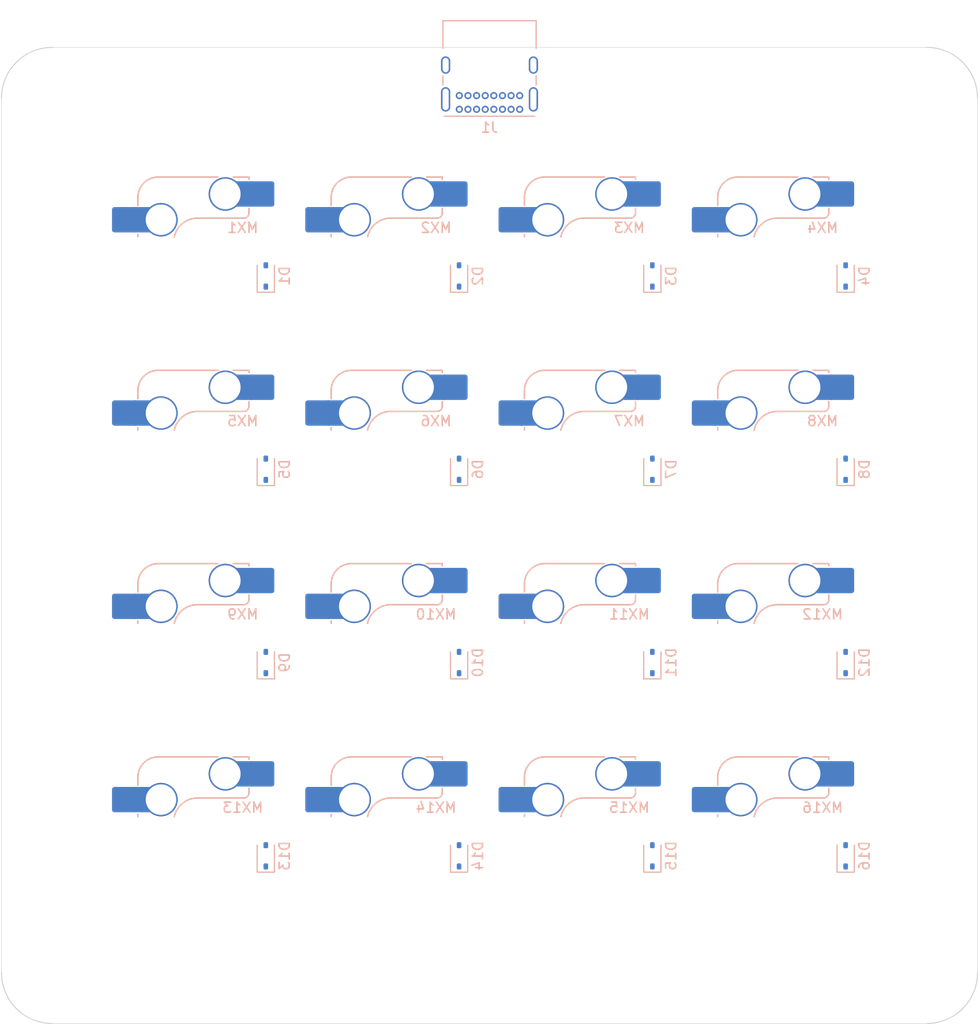
<source format=kicad_pcb>
(kicad_pcb (version 20240108) (generator "pcbnew") (generator_version "8.0")
  (title_block (title "Bandung v1.0.0") (date "2024-06-18") (rev "1") (company "Hikariakari"))
  (layers (0 "F.Cu" signal) (31 "B.Cu" signal) (34 "B.Paste" user) (35 "F.Paste" user) (36 "B.SilkS" user "B.Silkscreen") (37 "F.SilkS" user "F.Silkscreen") (38 "B.Mask" user) (39 "F.Mask" user) (44 "Edge.Cuts" user))
  (net 0 "")
  (net 1 "Net-(D1-A)")
  (net 2 "Net-(D1-K)")
  (net 3 "Net-(D2-A)")
  (net 4 "Net-(D3-A)")
  (net 5 "Net-(D4-A)")
  (net 6 "Net-(D5-A)")
  (net 7 "Net-(D5-K)")
  (net 8 "Net-(D6-A)")
  (net 9 "Net-(D7-A)")
  (net 10 "Net-(D8-A)")
  (net 11 "Net-(D9-A)")
  (net 12 "Net-(D10-K)")
  (net 13 "Net-(D10-A)")
  (net 14 "Net-(D11-A)")
  (net 15 "Net-(D12-A)")
  (net 16 "Net-(D13-K)")
  (net 17 "Net-(D13-A)")
  (net 18 "Net-(D14-A)")
  (net 19 "Net-(D15-A)")
  (net 20 "Net-(D16-A)")
  (net 24 "Net-(J1-GND-PadA1)")
  (net 26 "Net-(J1-VBUS-PadA4)")
  (net 32 "Net-(MX1-Pad1)")
  (net 33 "Net-(MX10-Pad1)")
  (net 34 "Net-(MX11-Pad1)")
  (net 35 "Net-(MX12-Pad1)")
  (footprint "MountingHole:MountingHole_3.2mm_M3" (layer "F.Cu") (at 201.645 54.5)
    (property "Reference" "H1" (hide yes))
    (property "Value" "MountingHole")
    (pad "" np_thru_hole circle (at 0 0) (size 3.2 3.2) (drill 3.2) (layers "*.Cu" "*.Mask"))
  )
  (footprint "MountingHole:MountingHole_3.2mm_M3" (layer "F.Cu") (at 287.845 54.5)
    (property "Reference" "H2" (hide yes))
    (property "Value" "MountingHole")
    (pad "" np_thru_hole circle (at 0 0) (size 3.2 3.2) (drill 3.2) (layers "*.Cu" "*.Mask"))
  )
  (footprint "MountingHole:MountingHole_3.2mm_M3" (layer "F.Cu") (at 287.845 140.7)
    (property "Reference" "H4" (hide yes))
    (property "Value" "MountingHole")
    (pad "" np_thru_hole circle (at 0 0) (size 3.2 3.2) (drill 3.2) (layers "*.Cu" "*.Mask"))
  )
  (footprint "MountingHole:MountingHole_3.2mm_M3" (layer "F.Cu") (at 201.645 140.7)
    (property "Reference" "H3" (hide yes))
    (property "Value" "MountingHole")
    (pad "" np_thru_hole circle (at 0 0) (size 3.2 3.2) (drill 3.2) (layers "*.Cu" "*.Mask"))
  )
  (footprint "Diode_SMD:D_SOD-323" (layer "B.Cu") (at 260.795 91.075 90)
    (property "Reference" "D7" (at 0 1.85 -90) (layer "B.SilkS") (effects (justify mirror)))
    (property "Value" "1N5819WS")
    (pad "1" smd roundrect (at -1.05 0 90) (size 0.6 0.45) (layers "B.Cu" "B.Paste" "B.Mask") (net 7 "Net-(D5-K)"))
    (pad "2" smd roundrect (at 1.05 0 90) (size 0.6 0.45) (layers "B.Cu" "B.Paste" "B.Mask") (net 9 "Net-(D7-A)"))
  )
  (footprint "Diode_SMD:D_SOD-323" (layer "B.Cu") (at 222.695 129.175 90)
    (property "Reference" "D13" (at 0 1.85 -90) (layer "B.SilkS") (effects (justify mirror)))
    (property "Value" "1N5819WS")
    (pad "1" smd roundrect (at -1.05 0 90) (size 0.6 0.45) (layers "B.Cu" "B.Paste" "B.Mask") (net 16 "Net-(D13-K)"))
    (pad "2" smd roundrect (at 1.05 0 90) (size 0.6 0.45) (layers "B.Cu" "B.Paste" "B.Mask") (net 17 "Net-(D13-A)"))
  )
  (footprint "PCM_marbastlib-mx:SW_MX_HS_CPG151101S11_1u" (layer "B.Cu") (at 273.32 69.025 180)
    (property "Reference" "MX4" (at -4.25 1.75 0) (layer "B.SilkS") (effects (justify mirror)))
    (property "Value" "MX_SW_HS")
    (pad "" np_thru_hole circle (at -5.08 0 180) (size 1.75 1.75) (drill 1.75) (layers "*.Cu" "*.Mask"))
    (pad "" np_thru_hole circle (at 0 0 180) (size 3.9878 3.9878) (drill 3.9878) (layers "*.Cu" "*.Mask"))
    (pad "" np_thru_hole circle (at 5.08 0 180) (size 1.75 1.75) (drill 1.75) (layers "*.Cu" "*.Mask"))
    (pad "1" thru_hole circle (at 3.81 2.54 180) (size 3.3 3.3) (drill 3) (layers "*.Cu" "*.Mask") (net 35 "Net-(MX12-Pad1)"))
    (pad "1" smd rect (at 5.635 2.54) (size 1.65 2.5) (layers "B.Cu") (net 35 "Net-(MX12-Pad1)"))
    (pad "1" smd roundrect (at 7.36 2.54 180) (size 2.55 2.5) (layers "B.Cu" "B.Paste" "B.Mask") (roundrect_rratio 0.1) (net 35 "Net-(MX12-Pad1)"))
    (pad "2" smd roundrect (at -6.09 5.08 180) (size 2.55 2.5) (layers "B.Cu" "B.Paste" "B.Mask") (roundrect_rratio 0.1) (net 5 "Net-(D4-A)"))
    (pad "2" smd rect (at -4.34 5.08 180) (size 1.65 2.5) (layers "B.Cu") (net 5 "Net-(D4-A)"))
    (pad "2" thru_hole circle (at -2.54 5.08 180) (size 3.3 3.3) (drill 3) (layers "*.Cu" "*.Mask") (net 5 "Net-(D4-A)"))
  )
  (footprint "Diode_SMD:D_SOD-323" (layer "B.Cu") (at 260.795 72.025 90)
    (property "Reference" "D3" (at 0 1.85 -90) (layer "B.SilkS") (effects (justify mirror)))
    (property "Value" "1N5819WS")
    (pad "1" smd roundrect (at -1.05 0 90) (size 0.6 0.45) (layers "B.Cu" "B.Paste" "B.Mask") (net 2 "Net-(D1-K)"))
    (pad "2" smd roundrect (at 1.05 0 90) (size 0.6 0.45) (layers "B.Cu" "B.Paste" "B.Mask") (net 4 "Net-(D3-A)"))
  )
  (footprint "Diode_SMD:D_SOD-323" (layer "B.Cu") (at 241.745 72.025 90)
    (property "Reference" "D2" (at 0 1.85 -90) (layer "B.SilkS") (effects (justify mirror)))
    (property "Value" "1N5819WS")
    (pad "1" smd roundrect (at -1.05 0 90) (size 0.6 0.45) (layers "B.Cu" "B.Paste" "B.Mask") (net 2 "Net-(D1-K)"))
    (pad "2" smd roundrect (at 1.05 0 90) (size 0.6 0.45) (layers "B.Cu" "B.Paste" "B.Mask") (net 3 "Net-(D2-A)"))
  )
  (footprint "Diode_SMD:D_SOD-323" (layer "B.Cu") (at 279.845 72.025 90)
    (property "Reference" "D4" (at 0 1.85 -90) (layer "B.SilkS") (effects (justify mirror)))
    (property "Value" "1N5819WS")
    (pad "1" smd roundrect (at -1.05 0 90) (size 0.6 0.45) (layers "B.Cu" "B.Paste" "B.Mask") (net 2 "Net-(D1-K)"))
    (pad "2" smd roundrect (at 1.05 0 90) (size 0.6 0.45) (layers "B.Cu" "B.Paste" "B.Mask") (net 5 "Net-(D4-A)"))
  )
  (footprint "Diode_SMD:D_SOD-323" (layer "B.Cu") (at 222.695 91.075 90)
    (property "Reference" "D5" (at 0 1.85 -90) (layer "B.SilkS") (effects (justify mirror)))
    (property "Value" "1N5819WS")
    (pad "1" smd roundrect (at -1.05 0 90) (size 0.6 0.45) (layers "B.Cu" "B.Paste" "B.Mask") (net 7 "Net-(D5-K)"))
    (pad "2" smd roundrect (at 1.05 0 90) (size 0.6 0.45) (layers "B.Cu" "B.Paste" "B.Mask") (net 6 "Net-(D5-A)"))
  )
  (footprint "Diode_SMD:D_SOD-323" (layer "B.Cu") (at 260.795 129.175 90)
    (property "Reference" "D15" (at 0 1.85 -90) (layer "B.SilkS") (effects (justify mirror)))
    (property "Value" "1N5819WS")
    (pad "1" smd roundrect (at -1.05 0 90) (size 0.6 0.45) (layers "B.Cu" "B.Paste" "B.Mask") (net 16 "Net-(D13-K)"))
    (pad "2" smd roundrect (at 1.05 0 90) (size 0.6 0.45) (layers "B.Cu" "B.Paste" "B.Mask") (net 19 "Net-(D15-A)"))
  )
  (footprint "PCM_marbastlib-mx:SW_MX_HS_CPG151101S11_1u" (layer "B.Cu") (at 254.27 126.175 180)
    (property "Reference" "MX15" (at -4.25 1.75 0) (layer "B.SilkS") (effects (justify mirror)))
    (property "Value" "MX_SW_HS")
    (pad "" np_thru_hole circle (at -5.08 0 180) (size 1.75 1.75) (drill 1.75) (layers "*.Cu" "*.Mask"))
    (pad "" np_thru_hole circle (at 0 0 180) (size 3.9878 3.9878) (drill 3.9878) (layers "*.Cu" "*.Mask"))
    (pad "" np_thru_hole circle (at 5.08 0 180) (size 1.75 1.75) (drill 1.75) (layers "*.Cu" "*.Mask"))
    (pad "1" thru_hole circle (at 3.81 2.54 180) (size 3.3 3.3) (drill 3) (layers "*.Cu" "*.Mask") (net 34 "Net-(MX11-Pad1)"))
    (pad "1" smd rect (at 5.635 2.54) (size 1.65 2.5) (layers "B.Cu") (net 34 "Net-(MX11-Pad1)"))
    (pad "1" smd roundrect (at 7.36 2.54 180) (size 2.55 2.5) (layers "B.Cu" "B.Paste" "B.Mask") (roundrect_rratio 0.1) (net 34 "Net-(MX11-Pad1)"))
    (pad "2" smd roundrect (at -6.09 5.08 180) (size 2.55 2.5) (layers "B.Cu" "B.Paste" "B.Mask") (roundrect_rratio 0.1) (net 19 "Net-(D15-A)"))
    (pad "2" smd rect (at -4.34 5.08 180) (size 1.65 2.5) (layers "B.Cu") (net 19 "Net-(D15-A)"))
    (pad "2" thru_hole circle (at -2.54 5.08 180) (size 3.3 3.3) (drill 3) (layers "*.Cu" "*.Mask") (net 19 "Net-(D15-A)"))
  )
  (footprint "PCM_marbastlib-mx:SW_MX_HS_CPG151101S11_1u" (layer "B.Cu") (at 216.17 126.175 180)
    (property "Reference" "MX13" (at -4.25 1.75 0) (layer "B.SilkS") (effects (justify mirror)))
    (property "Value" "MX_SW_HS")
    (pad "" np_thru_hole circle (at -5.08 0 180) (size 1.75 1.75) (drill 1.75) (layers "*.Cu" "*.Mask"))
    (pad "" np_thru_hole circle (at 0 0 180) (size 3.9878 3.9878) (drill 3.9878) (layers "*.Cu" "*.Mask"))
    (pad "" np_thru_hole circle (at 5.08 0 180) (size 1.75 1.75) (drill 1.75) (layers "*.Cu" "*.Mask"))
    (pad "1" thru_hole circle (at 3.81 2.54 180) (size 3.3 3.3) (drill 3) (layers "*.Cu" "*.Mask") (net 32 "Net-(MX1-Pad1)"))
    (pad "1" smd rect (at 5.635 2.54) (size 1.65 2.5) (layers "B.Cu") (net 32 "Net-(MX1-Pad1)"))
    (pad "1" smd roundrect (at 7.36 2.54 180) (size 2.55 2.5) (layers "B.Cu" "B.Paste" "B.Mask") (roundrect_rratio 0.1) (net 32 "Net-(MX1-Pad1)"))
    (pad "2" smd roundrect (at -6.09 5.08 180) (size 2.55 2.5) (layers "B.Cu" "B.Paste" "B.Mask") (roundrect_rratio 0.1) (net 17 "Net-(D13-A)"))
    (pad "2" smd rect (at -4.34 5.08 180) (size 1.65 2.5) (layers "B.Cu") (net 17 "Net-(D13-A)"))
    (pad "2" thru_hole circle (at -2.54 5.08 180) (size 3.3 3.3) (drill 3) (layers "*.Cu" "*.Mask") (net 17 "Net-(D13-A)"))
  )
  (footprint "Diode_SMD:D_SOD-323" (layer "B.Cu") (at 241.745 129.175 90)
    (property "Reference" "D14" (at 0 1.85 -90) (layer "B.SilkS") (effects (justify mirror)))
    (property "Value" "1N5819WS")
    (pad "1" smd roundrect (at -1.05 0 90) (size 0.6 0.45) (layers "B.Cu" "B.Paste" "B.Mask") (net 16 "Net-(D13-K)"))
    (pad "2" smd roundrect (at 1.05 0 90) (size 0.6 0.45) (layers "B.Cu" "B.Paste" "B.Mask") (net 18 "Net-(D14-A)"))
  )
  (footprint "PCM_marbastlib-mx:SW_MX_HS_CPG151101S11_1u" (layer "B.Cu") (at 216.17 107.125 180)
    (property "Reference" "MX9" (at -4.25 1.75 0) (layer "B.SilkS") (effects (justify mirror)))
    (property "Value" "MX_SW_HS")
    (pad "" np_thru_hole circle (at -5.08 0 180) (size 1.75 1.75) (drill 1.75) (layers "*.Cu" "*.Mask"))
    (pad "" np_thru_hole circle (at 0 0 180) (size 3.9878 3.9878) (drill 3.9878) (layers "*.Cu" "*.Mask"))
    (pad "" np_thru_hole circle (at 5.08 0 180) (size 1.75 1.75) (drill 1.75) (layers "*.Cu" "*.Mask"))
    (pad "1" thru_hole circle (at 3.81 2.54 180) (size 3.3 3.3) (drill 3) (layers "*.Cu" "*.Mask") (net 32 "Net-(MX1-Pad1)"))
    (pad "1" smd rect (at 5.635 2.54) (size 1.65 2.5) (layers "B.Cu") (net 32 "Net-(MX1-Pad1)"))
    (pad "1" smd roundrect (at 7.36 2.54 180) (size 2.55 2.5) (layers "B.Cu" "B.Paste" "B.Mask") (roundrect_rratio 0.1) (net 32 "Net-(MX1-Pad1)"))
    (pad "2" smd roundrect (at -6.09 5.08 180) (size 2.55 2.5) (layers "B.Cu" "B.Paste" "B.Mask") (roundrect_rratio 0.1) (net 11 "Net-(D9-A)"))
    (pad "2" smd rect (at -4.34 5.08 180) (size 1.65 2.5) (layers "B.Cu") (net 11 "Net-(D9-A)"))
    (pad "2" thru_hole circle (at -2.54 5.08 180) (size 3.3 3.3) (drill 3) (layers "*.Cu" "*.Mask") (net 11 "Net-(D9-A)"))
  )
  (footprint "Diode_SMD:D_SOD-323" (layer "B.Cu") (at 279.845 110.125 90)
    (property "Reference" "D12" (at 0 1.85 -90) (layer "B.SilkS") (effects (justify mirror)))
    (property "Value" "1N5819WS")
    (pad "1" smd roundrect (at -1.05 0 90) (size 0.6 0.45) (layers "B.Cu" "B.Paste" "B.Mask") (net 12 "Net-(D10-K)"))
    (pad "2" smd roundrect (at 1.05 0 90) (size 0.6 0.45) (layers "B.Cu" "B.Paste" "B.Mask") (net 15 "Net-(D12-A)"))
  )
  (footprint "PCM_marbastlib-mx:SW_MX_HS_CPG151101S11_1u" (layer "B.Cu") (at 235.22 107.125 180)
    (property "Reference" "MX10" (at -4.25 1.75 0) (layer "B.SilkS") (effects (justify mirror)))
    (property "Value" "MX_SW_HS")
    (pad "" np_thru_hole circle (at -5.08 0 180) (size 1.75 1.75) (drill 1.75) (layers "*.Cu" "*.Mask"))
    (pad "" np_thru_hole circle (at 0 0 180) (size 3.9878 3.9878) (drill 3.9878) (layers "*.Cu" "*.Mask"))
    (pad "" np_thru_hole circle (at 5.08 0 180) (size 1.75 1.75) (drill 1.75) (layers "*.Cu" "*.Mask"))
    (pad "1" thru_hole circle (at 3.81 2.54 180) (size 3.3 3.3) (drill 3) (layers "*.Cu" "*.Mask") (net 33 "Net-(MX10-Pad1)"))
    (pad "1" smd rect (at 5.635 2.54) (size 1.65 2.5) (layers "B.Cu") (net 33 "Net-(MX10-Pad1)"))
    (pad "1" smd roundrect (at 7.36 2.54 180) (size 2.55 2.5) (layers "B.Cu" "B.Paste" "B.Mask") (roundrect_rratio 0.1) (net 33 "Net-(MX10-Pad1)"))
    (pad "2" smd roundrect (at -6.09 5.08 180) (size 2.55 2.5) (layers "B.Cu" "B.Paste" "B.Mask") (roundrect_rratio 0.1) (net 13 "Net-(D10-A)"))
    (pad "2" smd rect (at -4.34 5.08 180) (size 1.65 2.5) (layers "B.Cu") (net 13 "Net-(D10-A)"))
    (pad "2" thru_hole circle (at -2.54 5.08 180) (size 3.3 3.3) (drill 3) (layers "*.Cu" "*.Mask") (net 13 "Net-(D10-A)"))
  )
  (footprint "PCM_marbastlib-mx:SW_MX_HS_CPG151101S11_1u" (layer "B.Cu") (at 254.27 107.125 180)
    (property "Reference" "MX11" (at -4.25 1.75 0) (layer "B.SilkS") (effects (justify mirror)))
    (property "Value" "MX_SW_HS")
    (pad "" np_thru_hole circle (at -5.08 0 180) (size 1.75 1.75) (drill 1.75) (layers "*.Cu" "*.Mask"))
    (pad "" np_thru_hole circle (at 0 0 180) (size 3.9878 3.9878) (drill 3.9878) (layers "*.Cu" "*.Mask"))
    (pad "" np_thru_hole circle (at 5.08 0 180) (size 1.75 1.75) (drill 1.75) (layers "*.Cu" "*.Mask"))
    (pad "1" thru_hole circle (at 3.81 2.54 180) (size 3.3 3.3) (drill 3) (layers "*.Cu" "*.Mask") (net 34 "Net-(MX11-Pad1)"))
    (pad "1" smd rect (at 5.635 2.54) (size 1.65 2.5) (layers "B.Cu") (net 34 "Net-(MX11-Pad1)"))
    (pad "1" smd roundrect (at 7.36 2.54 180) (size 2.55 2.5) (layers "B.Cu" "B.Paste" "B.Mask") (roundrect_rratio 0.1) (net 34 "Net-(MX11-Pad1)"))
    (pad "2" smd roundrect (at -6.09 5.08 180) (size 2.55 2.5) (layers "B.Cu" "B.Paste" "B.Mask") (roundrect_rratio 0.1) (net 14 "Net-(D11-A)"))
    (pad "2" smd rect (at -4.34 5.08 180) (size 1.65 2.5) (layers "B.Cu") (net 14 "Net-(D11-A)"))
    (pad "2" thru_hole circle (at -2.54 5.08 180) (size 3.3 3.3) (drill 3) (layers "*.Cu" "*.Mask") (net 14 "Net-(D11-A)"))
  )
  (footprint "PCM_marbastlib-mx:SW_MX_HS_CPG151101S11_1u" (layer "B.Cu") (at 273.32 88.075 180)
    (property "Reference" "MX8" (at -4.25 1.75 0) (layer "B.SilkS") (effects (justify mirror)))
    (property "Value" "MX_SW_HS")
    (pad "" np_thru_hole circle (at -5.08 0 180) (size 1.75 1.75) (drill 1.75) (layers "*.Cu" "*.Mask"))
    (pad "" np_thru_hole circle (at 0 0 180) (size 3.9878 3.9878) (drill 3.9878) (layers "*.Cu" "*.Mask"))
    (pad "" np_thru_hole circle (at 5.08 0 180) (size 1.75 1.75) (drill 1.75) (layers "*.Cu" "*.Mask"))
    (pad "1" thru_hole circle (at 3.81 2.54 180) (size 3.3 3.3) (drill 3) (layers "*.Cu" "*.Mask") (net 35 "Net-(MX12-Pad1)"))
    (pad "1" smd rect (at 5.635 2.54) (size 1.65 2.5) (layers "B.Cu") (net 35 "Net-(MX12-Pad1)"))
    (pad "1" smd roundrect (at 7.36 2.54 180) (size 2.55 2.5) (layers "B.Cu" "B.Paste" "B.Mask") (roundrect_rratio 0.1) (net 35 "Net-(MX12-Pad1)"))
    (pad "2" smd roundrect (at -6.09 5.08 180) (size 2.55 2.5) (layers "B.Cu" "B.Paste" "B.Mask") (roundrect_rratio 0.1) (net 10 "Net-(D8-A)"))
    (pad "2" smd rect (at -4.34 5.08 180) (size 1.65 2.5) (layers "B.Cu") (net 10 "Net-(D8-A)"))
    (pad "2" thru_hole circle (at -2.54 5.08 180) (size 3.3 3.3) (drill 3) (layers "*.Cu" "*.Mask") (net 10 "Net-(D8-A)"))
  )
  (footprint "PCM_marbastlib-mx:SW_MX_HS_CPG151101S11_1u" (layer "B.Cu") (at 273.32 107.125 180)
    (property "Reference" "MX12" (at -4.25 1.75 0) (layer "B.SilkS") (effects (justify mirror)))
    (property "Value" "MX_SW_HS")
    (pad "" np_thru_hole circle (at -5.08 0 180) (size 1.75 1.75) (drill 1.75) (layers "*.Cu" "*.Mask"))
    (pad "" np_thru_hole circle (at 0 0 180) (size 3.9878 3.9878) (drill 3.9878) (layers "*.Cu" "*.Mask"))
    (pad "" np_thru_hole circle (at 5.08 0 180) (size 1.75 1.75) (drill 1.75) (layers "*.Cu" "*.Mask"))
    (pad "1" thru_hole circle (at 3.81 2.54 180) (size 3.3 3.3) (drill 3) (layers "*.Cu" "*.Mask") (net 35 "Net-(MX12-Pad1)"))
    (pad "1" smd rect (at 5.635 2.54) (size 1.65 2.5) (layers "B.Cu") (net 35 "Net-(MX12-Pad1)"))
    (pad "1" smd roundrect (at 7.36 2.54 180) (size 2.55 2.5) (layers "B.Cu" "B.Paste" "B.Mask") (roundrect_rratio 0.1) (net 35 "Net-(MX12-Pad1)"))
    (pad "2" smd roundrect (at -6.09 5.08 180) (size 2.55 2.5) (layers "B.Cu" "B.Paste" "B.Mask") (roundrect_rratio 0.1) (net 15 "Net-(D12-A)"))
    (pad "2" smd rect (at -4.34 5.08 180) (size 1.65 2.5) (layers "B.Cu") (net 15 "Net-(D12-A)"))
    (pad "2" thru_hole circle (at -2.54 5.08 180) (size 3.3 3.3) (drill 3) (layers "*.Cu" "*.Mask") (net 15 "Net-(D12-A)"))
  )
  (footprint "PCM_marbastlib-mx:SW_MX_HS_CPG151101S11_1u" (layer "B.Cu") (at 235.22 126.175 180)
    (property "Reference" "MX14" (at -4.25 1.75 0) (layer "B.SilkS") (effects (justify mirror)))
    (property "Value" "MX_SW_HS")
    (pad "" np_thru_hole circle (at -5.08 0 180) (size 1.75 1.75) (drill 1.75) (layers "*.Cu" "*.Mask"))
    (pad "" np_thru_hole circle (at 0 0 180) (size 3.9878 3.9878) (drill 3.9878) (layers "*.Cu" "*.Mask"))
    (pad "" np_thru_hole circle (at 5.08 0 180) (size 1.75 1.75) (drill 1.75) (layers "*.Cu" "*.Mask"))
    (pad "1" thru_hole circle (at 3.81 2.54 180) (size 3.3 3.3) (drill 3) (layers "*.Cu" "*.Mask") (net 33 "Net-(MX10-Pad1)"))
    (pad "1" smd rect (at 5.635 2.54) (size 1.65 2.5) (layers "B.Cu") (net 33 "Net-(MX10-Pad1)"))
    (pad "1" smd roundrect (at 7.36 2.54 180) (size 2.55 2.5) (layers "B.Cu" "B.Paste" "B.Mask") (roundrect_rratio 0.1) (net 33 "Net-(MX10-Pad1)"))
    (pad "2" smd roundrect (at -6.09 5.08 180) (size 2.55 2.5) (layers "B.Cu" "B.Paste" "B.Mask") (roundrect_rratio 0.1) (net 18 "Net-(D14-A)"))
    (pad "2" smd rect (at -4.34 5.08 180) (size 1.65 2.5) (layers "B.Cu") (net 18 "Net-(D14-A)"))
    (pad "2" thru_hole circle (at -2.54 5.08 180) (size 3.3 3.3) (drill 3) (layers "*.Cu" "*.Mask") (net 18 "Net-(D14-A)"))
  )
  (footprint "PCM_marbastlib-mx:SW_MX_HS_CPG151101S11_1u" (layer "B.Cu") (at 254.27 69.025 180)
    (property "Reference" "MX3" (at -4.25 1.75 0) (layer "B.SilkS") (effects (justify mirror)))
    (property "Value" "MX_SW_HS")
    (pad "" np_thru_hole circle (at -5.08 0 180) (size 1.75 1.75) (drill 1.75) (layers "*.Cu" "*.Mask"))
    (pad "" np_thru_hole circle (at 0 0 180) (size 3.9878 3.9878) (drill 3.9878) (layers "*.Cu" "*.Mask"))
    (pad "" np_thru_hole circle (at 5.08 0 180) (size 1.75 1.75) (drill 1.75) (layers "*.Cu" "*.Mask"))
    (pad "1" thru_hole circle (at 3.81 2.54 180) (size 3.3 3.3) (drill 3) (layers "*.Cu" "*.Mask") (net 34 "Net-(MX11-Pad1)"))
    (pad "1" smd rect (at 5.635 2.54) (size 1.65 2.5) (layers "B.Cu") (net 34 "Net-(MX11-Pad1)"))
    (pad "1" smd roundrect (at 7.36 2.54 180) (size 2.55 2.5) (layers "B.Cu" "B.Paste" "B.Mask") (roundrect_rratio 0.1) (net 34 "Net-(MX11-Pad1)"))
    (pad "2" smd roundrect (at -6.09 5.08 180) (size 2.55 2.5) (layers "B.Cu" "B.Paste" "B.Mask") (roundrect_rratio 0.1) (net 4 "Net-(D3-A)"))
    (pad "2" smd rect (at -4.34 5.08 180) (size 1.65 2.5) (layers "B.Cu") (net 4 "Net-(D3-A)"))
    (pad "2" thru_hole circle (at -2.54 5.08 180) (size 3.3 3.3) (drill 3) (layers "*.Cu" "*.Mask") (net 4 "Net-(D3-A)"))
  )
  (footprint "Diode_SMD:D_SOD-323" (layer "B.Cu") (at 279.845 91.075 90)
    (property "Reference" "D8" (at 0 1.85 -90) (layer "B.SilkS") (effects (justify mirror)))
    (property "Value" "1N5819WS")
    (pad "1" smd roundrect (at -1.05 0 90) (size 0.6 0.45) (layers "B.Cu" "B.Paste" "B.Mask") (net 7 "Net-(D5-K)"))
    (pad "2" smd roundrect (at 1.05 0 90) (size 0.6 0.45) (layers "B.Cu" "B.Paste" "B.Mask") (net 10 "Net-(D8-A)"))
  )
  (footprint "PCM_marbastlib-mx:SW_MX_HS_CPG151101S11_1u" (layer "B.Cu") (at 254.27 88.075 180)
    (property "Reference" "MX7" (at -4.25 1.75 0) (layer "B.SilkS") (effects (justify mirror)))
    (property "Value" "MX_SW_HS")
    (pad "" np_thru_hole circle (at -5.08 0 180) (size 1.75 1.75) (drill 1.75) (layers "*.Cu" "*.Mask"))
    (pad "" np_thru_hole circle (at 0 0 180) (size 3.9878 3.9878) (drill 3.9878) (layers "*.Cu" "*.Mask"))
    (pad "" np_thru_hole circle (at 5.08 0 180) (size 1.75 1.75) (drill 1.75) (layers "*.Cu" "*.Mask"))
    (pad "1" thru_hole circle (at 3.81 2.54 180) (size 3.3 3.3) (drill 3) (layers "*.Cu" "*.Mask") (net 34 "Net-(MX11-Pad1)"))
    (pad "1" smd rect (at 5.635 2.54) (size 1.65 2.5) (layers "B.Cu") (net 34 "Net-(MX11-Pad1)"))
    (pad "1" smd roundrect (at 7.36 2.54 180) (size 2.55 2.5) (layers "B.Cu" "B.Paste" "B.Mask") (roundrect_rratio 0.1) (net 34 "Net-(MX11-Pad1)"))
    (pad "2" smd roundrect (at -6.09 5.08 180) (size 2.55 2.5) (layers "B.Cu" "B.Paste" "B.Mask") (roundrect_rratio 0.1) (net 9 "Net-(D7-A)"))
    (pad "2" smd rect (at -4.34 5.08 180) (size 1.65 2.5) (layers "B.Cu") (net 9 "Net-(D7-A)"))
    (pad "2" thru_hole circle (at -2.54 5.08 180) (size 3.3 3.3) (drill 3) (layers "*.Cu" "*.Mask") (net 9 "Net-(D7-A)"))
  )
  (footprint "Diode_SMD:D_SOD-323" (layer "B.Cu") (at 260.795 110.125 90)
    (property "Reference" "D11" (at 0 1.85 -90) (layer "B.SilkS") (effects (justify mirror)))
    (property "Value" "1N5819WS")
    (pad "1" smd roundrect (at -1.05 0 90) (size 0.6 0.45) (layers "B.Cu" "B.Paste" "B.Mask") (net 12 "Net-(D10-K)"))
    (pad "2" smd roundrect (at 1.05 0 90) (size 0.6 0.45) (layers "B.Cu" "B.Paste" "B.Mask") (net 14 "Net-(D11-A)"))
  )
  (footprint "PCM_marbastlib-mx:SW_MX_HS_CPG151101S11_1u" (layer "B.Cu") (at 273.32 126.175 180)
    (property "Reference" "MX16" (at -4.25 1.75 0) (layer "B.SilkS") (effects (justify mirror)))
    (property "Value" "MX_SW_HS")
    (pad "" np_thru_hole circle (at -5.08 0 180) (size 1.75 1.75) (drill 1.75) (layers "*.Cu" "*.Mask"))
    (pad "" np_thru_hole circle (at 0 0 180) (size 3.9878 3.9878) (drill 3.9878) (layers "*.Cu" "*.Mask"))
    (pad "" np_thru_hole circle (at 5.08 0 180) (size 1.75 1.75) (drill 1.75) (layers "*.Cu" "*.Mask"))
    (pad "1" thru_hole circle (at 3.81 2.54 180) (size 3.3 3.3) (drill 3) (layers "*.Cu" "*.Mask") (net 35 "Net-(MX12-Pad1)"))
    (pad "1" smd rect (at 5.635 2.54) (size 1.65 2.5) (layers "B.Cu") (net 35 "Net-(MX12-Pad1)"))
    (pad "1" smd roundrect (at 7.36 2.54 180) (size 2.55 2.5) (layers "B.Cu" "B.Paste" "B.Mask") (roundrect_rratio 0.1) (net 35 "Net-(MX12-Pad1)"))
    (pad "2" smd roundrect (at -6.09 5.08 180) (size 2.55 2.5) (layers "B.Cu" "B.Paste" "B.Mask") (roundrect_rratio 0.1) (net 20 "Net-(D16-A)"))
    (pad "2" smd rect (at -4.34 5.08 180) (size 1.65 2.5) (layers "B.Cu") (net 20 "Net-(D16-A)"))
    (pad "2" thru_hole circle (at -2.54 5.08 180) (size 3.3 3.3) (drill 3) (layers "*.Cu" "*.Mask") (net 20 "Net-(D16-A)"))
  )
  (footprint "PCM_marbastlib-mx:SW_MX_HS_CPG151101S11_1u" (layer "B.Cu") (at 216.17 69.025 180)
    (property "Reference" "MX1" (at -4.25 1.75 0) (layer "B.SilkS") (effects (justify mirror)))
    (property "Value" "MX_SW_HS")
    (pad "" np_thru_hole circle (at -5.08 0 180) (size 1.75 1.75) (drill 1.75) (layers "*.Cu" "*.Mask"))
    (pad "" np_thru_hole circle (at 0 0 180) (size 3.9878 3.9878) (drill 3.9878) (layers "*.Cu" "*.Mask"))
    (pad "" np_thru_hole circle (at 5.08 0 180) (size 1.75 1.75) (drill 1.75) (layers "*.Cu" "*.Mask"))
    (pad "1" thru_hole circle (at 3.81 2.54 180) (size 3.3 3.3) (drill 3) (layers "*.Cu" "*.Mask") (net 32 "Net-(MX1-Pad1)"))
    (pad "1" smd rect (at 5.635 2.54) (size 1.65 2.5) (layers "B.Cu") (net 32 "Net-(MX1-Pad1)"))
    (pad "1" smd roundrect (at 7.36 2.54 180) (size 2.55 2.5) (layers "B.Cu" "B.Paste" "B.Mask") (roundrect_rratio 0.1) (net 32 "Net-(MX1-Pad1)"))
    (pad "2" smd roundrect (at -6.09 5.08 180) (size 2.55 2.5) (layers "B.Cu" "B.Paste" "B.Mask") (roundrect_rratio 0.1) (net 1 "Net-(D1-A)"))
    (pad "2" smd rect (at -4.34 5.08 180) (size 1.65 2.5) (layers "B.Cu") (net 1 "Net-(D1-A)"))
    (pad "2" thru_hole circle (at -2.54 5.08 180) (size 3.3 3.3) (drill 3) (layers "*.Cu" "*.Mask") (net 1 "Net-(D1-A)"))
  )
  (footprint "Diode_SMD:D_SOD-323" (layer "B.Cu") (at 279.845 129.175 90)
    (property "Reference" "D16" (at 0 1.85 -90) (layer "B.SilkS") (effects (justify mirror)))
    (property "Value" "1N5819WS")
    (pad "1" smd roundrect (at -1.05 0 90) (size 0.6 0.45) (layers "B.Cu" "B.Paste" "B.Mask") (net 16 "Net-(D13-K)"))
    (pad "2" smd roundrect (at 1.05 0 90) (size 0.6 0.45) (layers "B.Cu" "B.Paste" "B.Mask") (net 20 "Net-(D16-A)"))
  )
  (footprint "Diode_SMD:D_SOD-323" (layer "B.Cu") (at 222.695 110.125 90)
    (property "Reference" "D9" (at 0 1.85 -90) (layer "B.SilkS") (effects (justify mirror)))
    (property "Value" "1N5819WS")
    (pad "1" smd roundrect (at -1.05 0 90) (size 0.6 0.45) (layers "B.Cu" "B.Paste" "B.Mask") (net 12 "Net-(D10-K)"))
    (pad "2" smd roundrect (at 1.05 0 90) (size 0.6 0.45) (layers "B.Cu" "B.Paste" "B.Mask") (net 11 "Net-(D9-A)"))
  )
  (footprint "PCM_marbastlib-mx:SW_MX_HS_CPG151101S11_1u" (layer "B.Cu") (at 216.17 88.075 180)
    (property "Reference" "MX5" (at -4.25 1.75 0) (layer "B.SilkS") (effects (justify mirror)))
    (property "Value" "MX_SW_HS")
    (pad "" np_thru_hole circle (at -5.08 0 180) (size 1.75 1.75) (drill 1.75) (layers "*.Cu" "*.Mask"))
    (pad "" np_thru_hole circle (at 0 0 180) (size 3.9878 3.9878) (drill 3.9878) (layers "*.Cu" "*.Mask"))
    (pad "" np_thru_hole circle (at 5.08 0 180) (size 1.75 1.75) (drill 1.75) (layers "*.Cu" "*.Mask"))
    (pad "1" thru_hole circle (at 3.81 2.54 180) (size 3.3 3.3) (drill 3) (layers "*.Cu" "*.Mask") (net 32 "Net-(MX1-Pad1)"))
    (pad "1" smd rect (at 5.635 2.54) (size 1.65 2.5) (layers "B.Cu") (net 32 "Net-(MX1-Pad1)"))
    (pad "1" smd roundrect (at 7.36 2.54 180) (size 2.55 2.5) (layers "B.Cu" "B.Paste" "B.Mask") (roundrect_rratio 0.1) (net 32 "Net-(MX1-Pad1)"))
    (pad "2" smd roundrect (at -6.09 5.08 180) (size 2.55 2.5) (layers "B.Cu" "B.Paste" "B.Mask") (roundrect_rratio 0.1) (net 6 "Net-(D5-A)"))
    (pad "2" smd rect (at -4.34 5.08 180) (size 1.65 2.5) (layers "B.Cu") (net 6 "Net-(D5-A)"))
    (pad "2" thru_hole circle (at -2.54 5.08 180) (size 3.3 3.3) (drill 3) (layers "*.Cu" "*.Mask") (net 6 "Net-(D5-A)"))
  )
  (footprint "PCM_marbastlib-mx:SW_MX_HS_CPG151101S11_1u" (layer "B.Cu") (at 235.22 69.025 180)
    (property "Reference" "MX2" (at -4.25 1.75 0) (layer "B.SilkS") (effects (justify mirror)))
    (property "Value" "MX_SW_HS")
    (pad "" np_thru_hole circle (at -5.08 0 180) (size 1.75 1.75) (drill 1.75) (layers "*.Cu" "*.Mask"))
    (pad "" np_thru_hole circle (at 0 0 180) (size 3.9878 3.9878) (drill 3.9878) (layers "*.Cu" "*.Mask"))
    (pad "" np_thru_hole circle (at 5.08 0 180) (size 1.75 1.75) (drill 1.75) (layers "*.Cu" "*.Mask"))
    (pad "1" thru_hole circle (at 3.81 2.54 180) (size 3.3 3.3) (drill 3) (layers "*.Cu" "*.Mask") (net 33 "Net-(MX10-Pad1)"))
    (pad "1" smd rect (at 5.635 2.54) (size 1.65 2.5) (layers "B.Cu") (net 33 "Net-(MX10-Pad1)"))
    (pad "1" smd roundrect (at 7.36 2.54 180) (size 2.55 2.5) (layers "B.Cu" "B.Paste" "B.Mask") (roundrect_rratio 0.1) (net 33 "Net-(MX10-Pad1)"))
    (pad "2" smd roundrect (at -6.09 5.08 180) (size 2.55 2.5) (layers "B.Cu" "B.Paste" "B.Mask") (roundrect_rratio 0.1) (net 3 "Net-(D2-A)"))
    (pad "2" smd rect (at -4.34 5.08 180) (size 1.65 2.5) (layers "B.Cu") (net 3 "Net-(D2-A)"))
    (pad "2" thru_hole circle (at -2.54 5.08 180) (size 3.3 3.3) (drill 3) (layers "*.Cu" "*.Mask") (net 3 "Net-(D2-A)"))
  )
  (footprint "Diode_SMD:D_SOD-323" (layer "B.Cu") (at 241.745 91.075 90)
    (property "Reference" "D6" (at 0 1.85 -90) (layer "B.SilkS") (effects (justify mirror)))
    (property "Value" "1N5819WS")
    (pad "1" smd roundrect (at -1.05 0 90) (size 0.6 0.45) (layers "B.Cu" "B.Paste" "B.Mask") (net 7 "Net-(D5-K)"))
    (pad "2" smd roundrect (at 1.05 0 90) (size 0.6 0.45) (layers "B.Cu" "B.Paste" "B.Mask") (net 8 "Net-(D6-A)"))
  )
  (footprint "Connector_USB:USB_C_Receptacle_GCT_USB4085" (layer "B.Cu") (at 241.77 55.6)
    (property "Reference" "J1" (at 2.975 1.8 0) (layer "B.SilkS") (effects (justify mirror)))
    (property "Value" "USB_C_Receptacle_USB2.0_16P")
    (pad "A1" thru_hole circle (at 0 0) (size 0.7 0.7) (drill 0.4) (layers "*.Cu" "*.Mask") (net 24 "Net-(J1-GND-PadA1)"))
    (pad "A4" thru_hole circle (at 0.85 0) (size 0.7 0.7) (drill 0.4) (layers "*.Cu" "*.Mask") (net 26 "Net-(J1-VBUS-PadA4)"))
    (pad "A5" thru_hole circle (at 1.7 0) (size 0.7 0.7) (drill 0.4) (layers "*.Cu" "*.Mask"))
    (pad "A6" thru_hole circle (at 2.55 0) (size 0.7 0.7) (drill 0.4) (layers "*.Cu" "*.Mask"))
    (pad "A7" thru_hole circle (at 3.4 0) (size 0.7 0.7) (drill 0.4) (layers "*.Cu" "*.Mask"))
    (pad "A8" thru_hole circle (at 4.25 0) (size 0.7 0.7) (drill 0.4) (layers "*.Cu" "*.Mask"))
    (pad "A9" thru_hole circle (at 5.1 0) (size 0.7 0.7) (drill 0.4) (layers "*.Cu" "*.Mask") (net 26 "Net-(J1-VBUS-PadA4)"))
    (pad "A12" thru_hole circle (at 5.95 0) (size 0.7 0.7) (drill 0.4) (layers "*.Cu" "*.Mask") (net 24 "Net-(J1-GND-PadA1)"))
    (pad "B1" thru_hole circle (at 5.95 -1.35) (size 0.7 0.7) (drill 0.4) (layers "*.Cu" "*.Mask") (net 24 "Net-(J1-GND-PadA1)"))
    (pad "B4" thru_hole circle (at 5.1 -1.35) (size 0.7 0.7) (drill 0.4) (layers "*.Cu" "*.Mask") (net 26 "Net-(J1-VBUS-PadA4)"))
    (pad "B5" thru_hole circle (at 4.25 -1.35) (size 0.7 0.7) (drill 0.4) (layers "*.Cu" "*.Mask"))
    (pad "B6" thru_hole circle (at 3.4 -1.35) (size 0.7 0.7) (drill 0.4) (layers "*.Cu" "*.Mask"))
    (pad "B7" thru_hole circle (at 2.55 -1.35) (size 0.7 0.7) (drill 0.4) (layers "*.Cu" "*.Mask"))
    (pad "B8" thru_hole circle (at 1.7 -1.35) (size 0.7 0.7) (drill 0.4) (layers "*.Cu" "*.Mask"))
    (pad "B9" thru_hole circle (at 0.85 -1.35) (size 0.7 0.7) (drill 0.4) (layers "*.Cu" "*.Mask") (net 26 "Net-(J1-VBUS-PadA4)"))
    (pad "B12" thru_hole circle (at 0 -1.35) (size 0.7 0.7) (drill 0.4) (layers "*.Cu" "*.Mask") (net 24 "Net-(J1-GND-PadA1)"))
    (pad "S1" thru_hole oval (at -1.35 -4.36) (size 0.9 1.7) (drill oval 0.6 1.4) (layers "*.Cu" "*.Mask"))
    (pad "S1" thru_hole oval (at -1.35 -0.98) (size 0.9 2.4) (drill oval 0.6 2.1) (layers "*.Cu" "*.Mask"))
    (pad "S1" thru_hole oval (at 7.3 -4.36) (size 0.9 1.7) (drill oval 0.6 1.4) (layers "*.Cu" "*.Mask"))
    (pad "S1" thru_hole oval (at 7.3 -0.98) (size 0.9 2.4) (drill oval 0.6 2.1) (layers "*.Cu" "*.Mask"))
  )
  (footprint "Diode_SMD:D_SOD-323" (layer "B.Cu") (at 241.745 110.125 90)
    (property "Reference" "D10" (at 0 1.85 -90) (layer "B.SilkS") (effects (justify mirror)))
    (property "Value" "1N5819WS")
    (pad "1" smd roundrect (at -1.05 0 90) (size 0.6 0.45) (layers "B.Cu" "B.Paste" "B.Mask") (net 12 "Net-(D10-K)"))
    (pad "2" smd roundrect (at 1.05 0 90) (size 0.6 0.45) (layers "B.Cu" "B.Paste" "B.Mask") (net 13 "Net-(D10-A)"))
  )
  (footprint "PCM_marbastlib-mx:SW_MX_HS_CPG151101S11_1u" (layer "B.Cu") (at 235.22 88.075 180)
    (property "Reference" "MX6" (at -4.25 1.75 0) (layer "B.SilkS") (effects (justify mirror)))
    (property "Value" "MX_SW_HS")
    (pad "" np_thru_hole circle (at -5.08 0 180) (size 1.75 1.75) (drill 1.75) (layers "*.Cu" "*.Mask"))
    (pad "" np_thru_hole circle (at 0 0 180) (size 3.9878 3.9878) (drill 3.9878) (layers "*.Cu" "*.Mask"))
    (pad "" np_thru_hole circle (at 5.08 0 180) (size 1.75 1.75) (drill 1.75) (layers "*.Cu" "*.Mask"))
    (pad "1" thru_hole circle (at 3.81 2.54 180) (size 3.3 3.3) (drill 3) (layers "*.Cu" "*.Mask") (net 33 "Net-(MX10-Pad1)"))
    (pad "1" smd rect (at 5.635 2.54) (size 1.65 2.5) (layers "B.Cu") (net 33 "Net-(MX10-Pad1)"))
    (pad "1" smd roundrect (at 7.36 2.54 180) (size 2.55 2.5) (layers "B.Cu" "B.Paste" "B.Mask") (roundrect_rratio 0.1) (net 33 "Net-(MX10-Pad1)"))
    (pad "2" smd roundrect (at -6.09 5.08 180) (size 2.55 2.5) (layers "B.Cu" "B.Paste" "B.Mask") (roundrect_rratio 0.1) (net 8 "Net-(D6-A)"))
    (pad "2" smd rect (at -4.34 5.08 180) (size 1.65 2.5) (layers "B.Cu") (net 8 "Net-(D6-A)"))
    (pad "2" thru_hole circle (at -2.54 5.08 180) (size 3.3 3.3) (drill 3) (layers "*.Cu" "*.Mask") (net 8 "Net-(D6-A)"))
  )
  (footprint "Diode_SMD:D_SOD-323" (layer "B.Cu") (at 222.695 72.025 90)
    (property "Reference" "D1" (at 0 1.85 90) (layer "B.SilkS") (effects (justify mirror)))
    (property "Value" "1N5819WS")
    (pad "1" smd roundrect (at -1.05 0 90) (size 0.6 0.45) (layers "B.Cu" "B.Paste" "B.Mask") (net 2 "Net-(D1-K)"))
    (pad "2" smd roundrect (at 1.05 0 90) (size 0.6 0.45) (layers "B.Cu" "B.Paste" "B.Mask") (net 1 "Net-(D1-A)"))
  )
  (gr_arc (start 292.845 140.7) (mid 291.380534 144.235534) (end 287.845 145.7) (stroke (width 0.1)) (layer "Edge.Cuts"))
  (gr_arc (start 287.845 49.5) (mid 291.380534 50.964466) (end 292.845 54.5) (stroke (width 0.1)) (layer "Edge.Cuts"))
  (gr_arc (start 201.645 145.7) (mid 198.109466 144.235534) (end 196.645 140.7) (stroke (width 0.1)) (layer "Edge.Cuts"))
  (gr_line (start 196.645 54.5) (end 196.645 140.7) (stroke (width 0.05)) (layer "Edge.Cuts"))
  (gr_line (start 201.645 145.7) (end 287.845 145.7) (stroke (width 0.05)) (layer "Edge.Cuts"))
  (gr_line (start 287.845 49.5) (end 201.645 49.5) (stroke (width 0.05)) (layer "Edge.Cuts"))
  (gr_line (start 292.845 140.7) (end 292.845 54.5) (stroke (width 0.05)) (layer "Edge.Cuts"))
  (gr_arc (start 196.645 54.5) (mid 198.109466 50.964466) (end 201.645 49.5) (stroke (width 0.1)) (layer "Edge.Cuts"))
)
</source>
